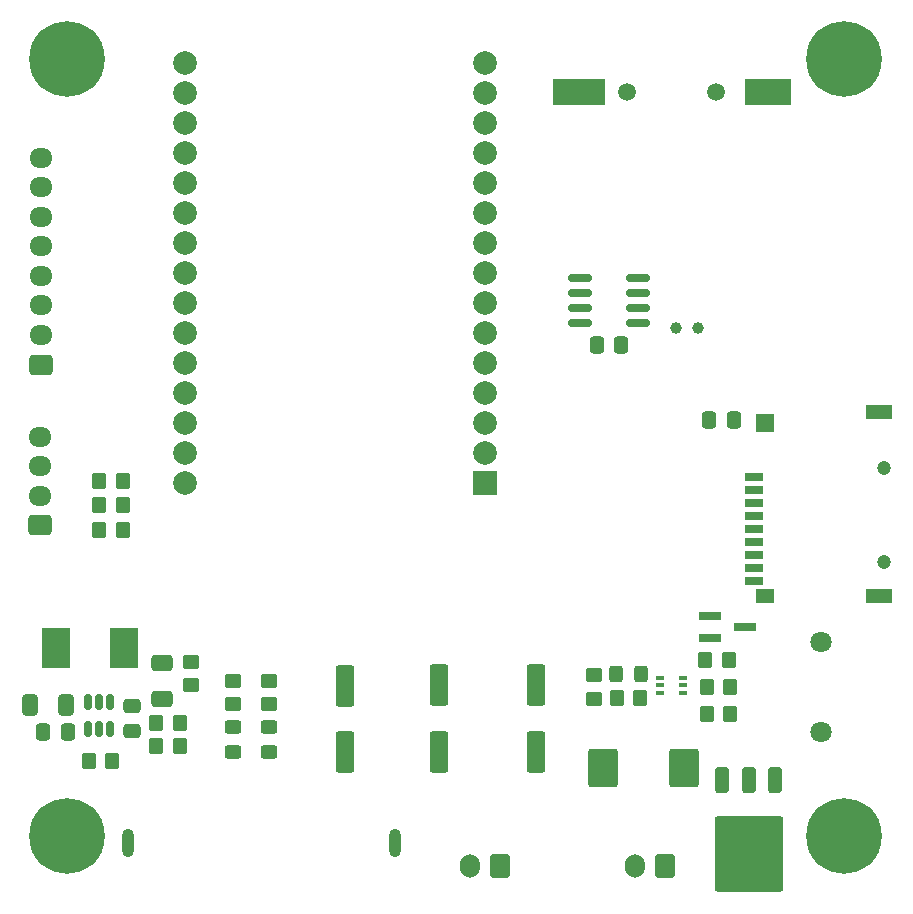
<source format=gts>
G04 #@! TF.GenerationSoftware,KiCad,Pcbnew,7.0.8*
G04 #@! TF.CreationDate,2023-10-27T20:47:02+03:00*
G04 #@! TF.ProjectId,door-lock-pcb,646f6f72-2d6c-46f6-936b-2d7063622e6b,rev?*
G04 #@! TF.SameCoordinates,Original*
G04 #@! TF.FileFunction,Soldermask,Top*
G04 #@! TF.FilePolarity,Negative*
%FSLAX46Y46*%
G04 Gerber Fmt 4.6, Leading zero omitted, Abs format (unit mm)*
G04 Created by KiCad (PCBNEW 7.0.8) date 2023-10-27 20:47:02*
%MOMM*%
%LPD*%
G01*
G04 APERTURE LIST*
G04 Aperture macros list*
%AMRoundRect*
0 Rectangle with rounded corners*
0 $1 Rounding radius*
0 $2 $3 $4 $5 $6 $7 $8 $9 X,Y pos of 4 corners*
0 Add a 4 corners polygon primitive as box body*
4,1,4,$2,$3,$4,$5,$6,$7,$8,$9,$2,$3,0*
0 Add four circle primitives for the rounded corners*
1,1,$1+$1,$2,$3*
1,1,$1+$1,$4,$5*
1,1,$1+$1,$6,$7*
1,1,$1+$1,$8,$9*
0 Add four rect primitives between the rounded corners*
20,1,$1+$1,$2,$3,$4,$5,0*
20,1,$1+$1,$4,$5,$6,$7,0*
20,1,$1+$1,$6,$7,$8,$9,0*
20,1,$1+$1,$8,$9,$2,$3,0*%
G04 Aperture macros list end*
%ADD10R,0.650000X0.400000*%
%ADD11RoundRect,0.250000X0.350000X0.450000X-0.350000X0.450000X-0.350000X-0.450000X0.350000X-0.450000X0*%
%ADD12RoundRect,0.250000X0.337500X0.475000X-0.337500X0.475000X-0.337500X-0.475000X0.337500X-0.475000X0*%
%ADD13RoundRect,0.250000X0.550000X-1.500000X0.550000X1.500000X-0.550000X1.500000X-0.550000X-1.500000X0*%
%ADD14R,2.000000X2.000000*%
%ADD15C,2.000000*%
%ADD16RoundRect,0.250000X0.450000X-0.325000X0.450000X0.325000X-0.450000X0.325000X-0.450000X-0.325000X0*%
%ADD17RoundRect,0.250000X-0.450000X0.350000X-0.450000X-0.350000X0.450000X-0.350000X0.450000X0.350000X0*%
%ADD18RoundRect,0.250000X-0.350000X-0.450000X0.350000X-0.450000X0.350000X0.450000X-0.350000X0.450000X0*%
%ADD19RoundRect,0.250000X-0.337500X-0.475000X0.337500X-0.475000X0.337500X0.475000X-0.337500X0.475000X0*%
%ADD20C,1.800000*%
%ADD21RoundRect,0.250000X0.450000X-0.350000X0.450000X0.350000X-0.450000X0.350000X-0.450000X-0.350000X0*%
%ADD22C,0.800000*%
%ADD23C,6.400000*%
%ADD24RoundRect,0.250000X0.725000X-0.600000X0.725000X0.600000X-0.725000X0.600000X-0.725000X-0.600000X0*%
%ADD25O,1.950000X1.700000*%
%ADD26RoundRect,0.250000X0.412500X0.650000X-0.412500X0.650000X-0.412500X-0.650000X0.412500X-0.650000X0*%
%ADD27C,1.200000*%
%ADD28R,1.600000X0.700000*%
%ADD29R,1.500000X1.200000*%
%ADD30R,2.200000X1.200000*%
%ADD31R,1.500000X1.600000*%
%ADD32RoundRect,0.250000X0.325000X0.450000X-0.325000X0.450000X-0.325000X-0.450000X0.325000X-0.450000X0*%
%ADD33R,2.350000X3.500000*%
%ADD34RoundRect,0.250000X0.600000X0.750000X-0.600000X0.750000X-0.600000X-0.750000X0.600000X-0.750000X0*%
%ADD35O,1.700000X2.000000*%
%ADD36O,1.000000X2.400000*%
%ADD37RoundRect,0.250000X-0.350000X0.850000X-0.350000X-0.850000X0.350000X-0.850000X0.350000X0.850000X0*%
%ADD38RoundRect,0.249997X-2.650003X2.950003X-2.650003X-2.950003X2.650003X-2.950003X2.650003X2.950003X0*%
%ADD39RoundRect,0.150000X-0.150000X0.512500X-0.150000X-0.512500X0.150000X-0.512500X0.150000X0.512500X0*%
%ADD40RoundRect,0.250000X1.000000X-1.400000X1.000000X1.400000X-1.000000X1.400000X-1.000000X-1.400000X0*%
%ADD41RoundRect,0.150000X0.825000X0.150000X-0.825000X0.150000X-0.825000X-0.150000X0.825000X-0.150000X0*%
%ADD42R,1.900000X0.800000*%
%ADD43RoundRect,0.250000X-0.650000X0.412500X-0.650000X-0.412500X0.650000X-0.412500X0.650000X0.412500X0*%
%ADD44C,1.000000*%
%ADD45RoundRect,0.250000X0.475000X-0.337500X0.475000X0.337500X-0.475000X0.337500X-0.475000X-0.337500X0*%
%ADD46C,1.500000*%
%ADD47R,4.400000X2.300000*%
%ADD48R,4.000000X2.300000*%
G04 APERTURE END LIST*
D10*
X180345000Y-118080000D03*
X180345000Y-118730000D03*
X180345000Y-119380000D03*
X182245000Y-119380000D03*
X182245000Y-118730000D03*
X182245000Y-118080000D03*
D11*
X186293000Y-118872000D03*
X184293000Y-118872000D03*
D12*
X186584500Y-96266000D03*
X184509500Y-96266000D03*
D13*
X153670000Y-124345000D03*
X153670000Y-118745000D03*
D14*
X165481000Y-101621000D03*
D15*
X165481000Y-99081000D03*
X165481000Y-96541000D03*
X165481000Y-94001000D03*
X165481000Y-91461000D03*
X165481000Y-88921000D03*
X165481000Y-86381000D03*
X165481000Y-83841000D03*
X165481000Y-81301000D03*
X165481000Y-78761000D03*
X165481000Y-76221000D03*
X165481000Y-73681000D03*
X165481000Y-71141000D03*
X165481000Y-68601000D03*
X165481000Y-66061000D03*
X140081000Y-66061000D03*
X140081000Y-68601000D03*
X140081000Y-71141000D03*
X140081000Y-73681000D03*
X140081000Y-76221000D03*
X140081000Y-78761000D03*
X140081000Y-81301000D03*
X140081000Y-83841000D03*
X140081000Y-86381000D03*
X140081000Y-88921000D03*
X140081000Y-91461000D03*
X140081000Y-94001000D03*
X140081000Y-96541000D03*
X140081000Y-99081000D03*
X140081000Y-101621000D03*
D11*
X134836500Y-103465000D03*
X132836500Y-103465000D03*
D16*
X144152999Y-124342000D03*
X144152999Y-122292000D03*
D17*
X147200999Y-118334000D03*
X147200999Y-120334000D03*
D11*
X134852500Y-101433000D03*
X132852500Y-101433000D03*
D16*
X147193000Y-124342000D03*
X147193000Y-122292000D03*
D18*
X176673000Y-119761000D03*
X178673000Y-119761000D03*
D19*
X174963000Y-89916000D03*
X177038000Y-89916000D03*
D20*
X193929000Y-122672000D03*
X193929000Y-115072000D03*
D21*
X174752000Y-119872000D03*
X174752000Y-117872000D03*
D18*
X131969000Y-125095000D03*
X133969000Y-125095000D03*
D13*
X161649000Y-124339000D03*
X161649000Y-118739000D03*
D22*
X127694056Y-131525944D03*
X128397000Y-129828888D03*
X128397000Y-133223000D03*
X130094056Y-129125944D03*
D23*
X130094056Y-131525944D03*
D22*
X130094056Y-133925944D03*
X131791112Y-129828888D03*
X131791112Y-133223000D03*
X132494056Y-131525944D03*
D24*
X127889000Y-91567000D03*
D25*
X127889000Y-89067000D03*
X127889000Y-86567000D03*
X127889000Y-84067000D03*
X127889000Y-81567000D03*
X127889000Y-79067000D03*
X127889000Y-76567000D03*
X127889000Y-74067000D03*
D13*
X169799000Y-124339000D03*
X169799000Y-118739000D03*
D26*
X130086500Y-120396000D03*
X126961500Y-120396000D03*
D27*
X199263000Y-108328000D03*
X199263000Y-100328000D03*
D28*
X188263000Y-101128000D03*
X188263000Y-102228000D03*
X188263000Y-103328000D03*
X188263000Y-104428000D03*
X188263000Y-105528000D03*
X188263000Y-106628000D03*
X188263000Y-107728000D03*
X188263000Y-108828000D03*
D29*
X189263000Y-111128000D03*
D30*
X198863000Y-111128000D03*
X198863000Y-95628000D03*
D31*
X189263000Y-96528000D03*
D28*
X188263000Y-109928000D03*
D32*
X178698000Y-117729000D03*
X176648000Y-117729000D03*
D12*
X130196500Y-122682000D03*
X128121500Y-122682000D03*
D22*
X193514944Y-131525944D03*
X194217888Y-129828888D03*
X194217888Y-133223000D03*
X195914944Y-129125944D03*
D23*
X195914944Y-131525944D03*
D22*
X195914944Y-133925944D03*
X197612000Y-129828888D03*
X197612000Y-133223000D03*
X198314944Y-131525944D03*
D33*
X129230000Y-115570000D03*
X134930000Y-115570000D03*
D17*
X140589000Y-116729000D03*
X140589000Y-118729000D03*
D34*
X166751000Y-133985000D03*
D35*
X164251000Y-133985000D03*
D22*
X127694056Y-65705056D03*
X128397000Y-64008000D03*
X128397000Y-67402112D03*
X130094056Y-63305056D03*
D23*
X130094056Y-65705056D03*
D22*
X130094056Y-68105056D03*
X131791112Y-64008000D03*
X131791112Y-67402112D03*
X132494056Y-65705056D03*
D18*
X184293000Y-121158000D03*
X186293000Y-121158000D03*
D36*
X157861000Y-132080000D03*
X135255000Y-132080000D03*
D22*
X193514944Y-65705056D03*
X194217888Y-64008000D03*
X194217888Y-67402112D03*
X195914944Y-63305056D03*
D23*
X195914944Y-65705056D03*
D22*
X195914944Y-68105056D03*
X197612000Y-64008000D03*
X197612000Y-67402112D03*
X198314944Y-65705056D03*
D37*
X190113000Y-126746000D03*
X187833000Y-126746000D03*
X185553000Y-126746000D03*
D38*
X187833000Y-133046000D03*
D18*
X137684000Y-123825000D03*
X139684000Y-123825000D03*
D11*
X134836500Y-105555000D03*
X132836500Y-105555000D03*
D34*
X180721000Y-133985000D03*
D35*
X178221000Y-133985000D03*
D39*
X133792000Y-120147500D03*
X132842000Y-120147500D03*
X131892000Y-120147500D03*
X131892000Y-122422500D03*
X132842000Y-122422500D03*
X133792000Y-122422500D03*
D40*
X175543000Y-125730000D03*
X182343000Y-125730000D03*
D41*
X178497000Y-88011000D03*
X178497000Y-86741000D03*
X178497000Y-85471000D03*
X178497000Y-84201000D03*
X173547000Y-84201000D03*
X173547000Y-85471000D03*
X173547000Y-86741000D03*
X173547000Y-88011000D03*
D11*
X139684000Y-121920000D03*
X137684000Y-121920000D03*
D42*
X184555000Y-112842000D03*
X184555000Y-114742000D03*
X187555000Y-113792000D03*
D43*
X138176000Y-116801500D03*
X138176000Y-119926500D03*
D44*
X183576000Y-88435000D03*
X181676000Y-88435000D03*
D17*
X144152999Y-118334000D03*
X144152999Y-120334000D03*
D45*
X135636000Y-122576500D03*
X135636000Y-120501500D03*
D11*
X186166000Y-116586000D03*
X184166000Y-116586000D03*
D24*
X127883500Y-105163000D03*
D25*
X127883500Y-102663000D03*
X127883500Y-100163000D03*
X127883500Y-97663000D03*
D46*
X177583000Y-68453000D03*
X185083000Y-68453000D03*
D47*
X173483000Y-68453000D03*
D48*
X189483000Y-68453000D03*
M02*

</source>
